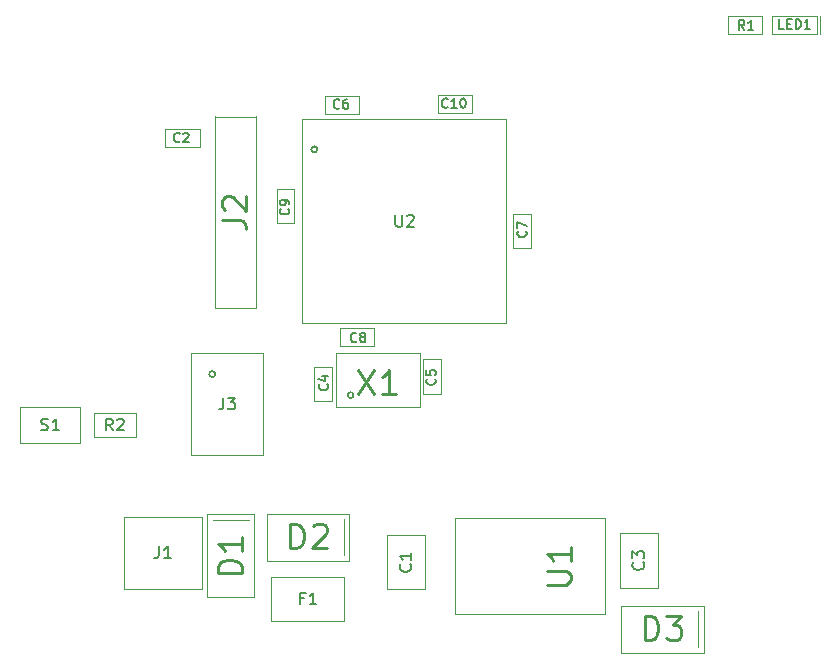
<source format=gbr>
%TF.GenerationSoftware,KiCad,Pcbnew,4.0.4+e1-6308~48~ubuntu16.04.1-stable*%
%TF.CreationDate,2017-01-06T13:21:20-08:00*%
%TF.ProjectId,atmega2560,61746D656761323536302E6B69636164,v1.0*%
%TF.FileFunction,Other,Fab,Top*%
%FSLAX46Y46*%
G04 Gerber Fmt 4.6, Leading zero omitted, Abs format (unit mm)*
G04 Created by KiCad (PCBNEW 4.0.4+e1-6308~48~ubuntu16.04.1-stable) date Fri Jan  6 13:21:20 2017*
%MOMM*%
%LPD*%
G01*
G04 APERTURE LIST*
%ADD10C,0.350000*%
%ADD11C,0.050000*%
%ADD12C,0.100000*%
%ADD13C,0.200000*%
%ADD14C,0.150000*%
%ADD15C,0.254000*%
%ADD16C,0.152400*%
G04 APERTURE END LIST*
D10*
D11*
X141757600Y-132981600D02*
X144957600Y-132981600D01*
X141757600Y-132981600D02*
X141757600Y-128381600D01*
X141757600Y-128381600D02*
X144957600Y-128381600D01*
X144957600Y-132981600D02*
X144957600Y-128381600D01*
X125871200Y-95542800D02*
X122971200Y-95542800D01*
X125871200Y-95542800D02*
X125871200Y-94042800D01*
X122971200Y-95542800D02*
X122971200Y-94042800D01*
X125871200Y-94042800D02*
X122971200Y-94042800D01*
X161468000Y-132829200D02*
X164668000Y-132829200D01*
X161468000Y-132829200D02*
X161468000Y-128229200D01*
X161468000Y-128229200D02*
X164668000Y-128229200D01*
X164668000Y-132829200D02*
X164668000Y-128229200D01*
X135597200Y-117032000D02*
X135597200Y-114132000D01*
X135597200Y-117032000D02*
X137097200Y-117032000D01*
X135597200Y-114132000D02*
X137097200Y-114132000D01*
X137097200Y-117032000D02*
X137097200Y-114132000D01*
X146292000Y-113498400D02*
X146292000Y-116398400D01*
X146292000Y-113498400D02*
X144792000Y-113498400D01*
X146292000Y-116398400D02*
X144792000Y-116398400D01*
X144792000Y-113498400D02*
X144792000Y-116398400D01*
X139384000Y-92698000D02*
X136484000Y-92698000D01*
X139384000Y-92698000D02*
X139384000Y-91198000D01*
X136484000Y-92698000D02*
X136484000Y-91198000D01*
X139384000Y-91198000D02*
X136484000Y-91198000D01*
X152412000Y-104078000D02*
X152412000Y-101178000D01*
X152412000Y-104078000D02*
X153912000Y-104078000D01*
X152412000Y-101178000D02*
X153912000Y-101178000D01*
X153912000Y-104078000D02*
X153912000Y-101178000D01*
X137754000Y-110883000D02*
X140654000Y-110883000D01*
X137754000Y-110883000D02*
X137754000Y-112383000D01*
X140654000Y-110883000D02*
X140654000Y-112383000D01*
X137754000Y-112383000D02*
X140654000Y-112383000D01*
X133896800Y-99071200D02*
X133896800Y-101971200D01*
X133896800Y-99071200D02*
X132396800Y-99071200D01*
X133896800Y-101971200D02*
X132396800Y-101971200D01*
X132396800Y-99071200D02*
X132396800Y-101971200D01*
X148934400Y-92647200D02*
X146034400Y-92647200D01*
X148934400Y-92647200D02*
X148934400Y-91147200D01*
X146034400Y-92647200D02*
X146034400Y-91147200D01*
X148934400Y-91147200D02*
X146034400Y-91147200D01*
D12*
X130048000Y-127083820D02*
X127000000Y-127083820D01*
D11*
X126524000Y-126631820D02*
X130524000Y-126631820D01*
X126524000Y-133631820D02*
X126524000Y-126631820D01*
X130524000Y-133631820D02*
X126524000Y-133631820D01*
X130524000Y-126631820D02*
X130524000Y-133631820D01*
D12*
X138107420Y-130098800D02*
X138107420Y-127050800D01*
D11*
X138559420Y-126574800D02*
X138559420Y-130574800D01*
X131559420Y-126574800D02*
X138559420Y-126574800D01*
X131559420Y-130574800D02*
X131559420Y-126574800D01*
X138559420Y-130574800D02*
X131559420Y-130574800D01*
D12*
X168114980Y-137871200D02*
X168114980Y-134823200D01*
D11*
X168566980Y-134347200D02*
X168566980Y-138347200D01*
X161566980Y-134347200D02*
X168566980Y-134347200D01*
X161566980Y-138347200D02*
X161566980Y-134347200D01*
X168566980Y-138347200D02*
X161566980Y-138347200D01*
X131940400Y-131957200D02*
X138140400Y-131957200D01*
X131940400Y-135657200D02*
X138140400Y-135657200D01*
X138140400Y-131957200D02*
X138140400Y-135657200D01*
X131940400Y-131957200D02*
X131940400Y-135657200D01*
X119483600Y-126825600D02*
X126083600Y-126825600D01*
X119483600Y-126825600D02*
X119483600Y-132925600D01*
X126083600Y-126825600D02*
X126083600Y-132925600D01*
X119483600Y-132925600D02*
X126083600Y-132925600D01*
X127180400Y-92941200D02*
X127180400Y-109141200D01*
X127170400Y-92951200D02*
X130670400Y-92951200D01*
X130660400Y-92931200D02*
X130660400Y-109131200D01*
X127160400Y-109121200D02*
X130660400Y-109121200D01*
X131267200Y-121615200D02*
X131267200Y-112979200D01*
X125171200Y-121615200D02*
X131267200Y-121615200D01*
X125171200Y-112979200D02*
X125171200Y-121615200D01*
X131267200Y-112979200D02*
X125171200Y-112979200D01*
D13*
X127203200Y-114757200D02*
G75*
G03X127203200Y-114757200I-254000J0D01*
G01*
D11*
X178370800Y-85953600D02*
X178370800Y-84429600D01*
X178116800Y-85953600D02*
X174306800Y-85953600D01*
X178116800Y-85941600D02*
X178116800Y-84441600D01*
X174306800Y-85941600D02*
X174306800Y-84441600D01*
X178116800Y-84429600D02*
X174306800Y-84429600D01*
X170597600Y-84441600D02*
X173497600Y-84441600D01*
X170597600Y-84441600D02*
X170597600Y-85941600D01*
X173497600Y-84441600D02*
X173497600Y-85941600D01*
X170597600Y-85941600D02*
X173497600Y-85941600D01*
X116906800Y-118059200D02*
X116906800Y-120091200D01*
X120462800Y-118059200D02*
X116906800Y-118059200D01*
X120462800Y-120091200D02*
X120462800Y-118059200D01*
X116906800Y-120091200D02*
X120462800Y-120091200D01*
X110696800Y-117551200D02*
X115776800Y-117551200D01*
X110696800Y-120599200D02*
X110696800Y-117551200D01*
X115776800Y-120599200D02*
X110696800Y-120599200D01*
X115776800Y-117551200D02*
X115776800Y-120599200D01*
X160172400Y-126913640D02*
X160172400Y-135041640D01*
X147472400Y-126913640D02*
X160172400Y-126913640D01*
X147472400Y-127167640D02*
X147472400Y-126913640D01*
X147472400Y-135041640D02*
X147472400Y-127167640D01*
X160172400Y-135041640D02*
X147472400Y-135041640D01*
X151854001Y-110452001D02*
X151854001Y-93180001D01*
X134582001Y-110452001D02*
X151854001Y-110452001D01*
X134582001Y-93180001D02*
X134582001Y-110452001D01*
X151854001Y-93180001D02*
X134582001Y-93180001D01*
D13*
X135852001Y-95720001D02*
G75*
G03X135852001Y-95720001I-254000J0D01*
G01*
D11*
X137388600Y-112979200D02*
X144500600Y-112979200D01*
X137388600Y-117551200D02*
X137388600Y-112979200D01*
X144500600Y-117551200D02*
X137388600Y-117551200D01*
X144500600Y-112979200D02*
X144500600Y-117551200D01*
D13*
X138912600Y-116535200D02*
G75*
G03X138912600Y-116535200I-254000J0D01*
G01*
D14*
X143714743Y-130848266D02*
X143762362Y-130895885D01*
X143809981Y-131038742D01*
X143809981Y-131133980D01*
X143762362Y-131276838D01*
X143667124Y-131372076D01*
X143571886Y-131419695D01*
X143381410Y-131467314D01*
X143238552Y-131467314D01*
X143048076Y-131419695D01*
X142952838Y-131372076D01*
X142857600Y-131276838D01*
X142809981Y-131133980D01*
X142809981Y-131038742D01*
X142857600Y-130895885D01*
X142905219Y-130848266D01*
X143809981Y-129895885D02*
X143809981Y-130467314D01*
X143809981Y-130181600D02*
X142809981Y-130181600D01*
X142952838Y-130276838D01*
X143048076Y-130372076D01*
X143095695Y-130467314D01*
X124197867Y-95038514D02*
X124159772Y-95076610D01*
X124045486Y-95114705D01*
X123969296Y-95114705D01*
X123855010Y-95076610D01*
X123778819Y-95000419D01*
X123740724Y-94924229D01*
X123702629Y-94771848D01*
X123702629Y-94657562D01*
X123740724Y-94505181D01*
X123778819Y-94428990D01*
X123855010Y-94352800D01*
X123969296Y-94314705D01*
X124045486Y-94314705D01*
X124159772Y-94352800D01*
X124197867Y-94390895D01*
X124502629Y-94390895D02*
X124540724Y-94352800D01*
X124616915Y-94314705D01*
X124807391Y-94314705D01*
X124883581Y-94352800D01*
X124921677Y-94390895D01*
X124959772Y-94467086D01*
X124959772Y-94543276D01*
X124921677Y-94657562D01*
X124464534Y-95114705D01*
X124959772Y-95114705D01*
X163425143Y-130695866D02*
X163472762Y-130743485D01*
X163520381Y-130886342D01*
X163520381Y-130981580D01*
X163472762Y-131124438D01*
X163377524Y-131219676D01*
X163282286Y-131267295D01*
X163091810Y-131314914D01*
X162948952Y-131314914D01*
X162758476Y-131267295D01*
X162663238Y-131219676D01*
X162568000Y-131124438D01*
X162520381Y-130981580D01*
X162520381Y-130886342D01*
X162568000Y-130743485D01*
X162615619Y-130695866D01*
X162520381Y-130362533D02*
X162520381Y-129743485D01*
X162901333Y-130076819D01*
X162901333Y-129933961D01*
X162948952Y-129838723D01*
X162996571Y-129791104D01*
X163091810Y-129743485D01*
X163329905Y-129743485D01*
X163425143Y-129791104D01*
X163472762Y-129838723D01*
X163520381Y-129933961D01*
X163520381Y-130219676D01*
X163472762Y-130314914D01*
X163425143Y-130362533D01*
X136672914Y-115625333D02*
X136711010Y-115663428D01*
X136749105Y-115777714D01*
X136749105Y-115853904D01*
X136711010Y-115968190D01*
X136634819Y-116044381D01*
X136558629Y-116082476D01*
X136406248Y-116120571D01*
X136291962Y-116120571D01*
X136139581Y-116082476D01*
X136063390Y-116044381D01*
X135987200Y-115968190D01*
X135949105Y-115853904D01*
X135949105Y-115777714D01*
X135987200Y-115663428D01*
X136025295Y-115625333D01*
X136215771Y-114939619D02*
X136749105Y-114939619D01*
X135911010Y-115130095D02*
X136482438Y-115320571D01*
X136482438Y-114825333D01*
X145787714Y-115171733D02*
X145825810Y-115209828D01*
X145863905Y-115324114D01*
X145863905Y-115400304D01*
X145825810Y-115514590D01*
X145749619Y-115590781D01*
X145673429Y-115628876D01*
X145521048Y-115666971D01*
X145406762Y-115666971D01*
X145254381Y-115628876D01*
X145178190Y-115590781D01*
X145102000Y-115514590D01*
X145063905Y-115400304D01*
X145063905Y-115324114D01*
X145102000Y-115209828D01*
X145140095Y-115171733D01*
X145063905Y-114447923D02*
X145063905Y-114828876D01*
X145444857Y-114866971D01*
X145406762Y-114828876D01*
X145368667Y-114752685D01*
X145368667Y-114562209D01*
X145406762Y-114486019D01*
X145444857Y-114447923D01*
X145521048Y-114409828D01*
X145711524Y-114409828D01*
X145787714Y-114447923D01*
X145825810Y-114486019D01*
X145863905Y-114562209D01*
X145863905Y-114752685D01*
X145825810Y-114828876D01*
X145787714Y-114866971D01*
X137710667Y-92193714D02*
X137672572Y-92231810D01*
X137558286Y-92269905D01*
X137482096Y-92269905D01*
X137367810Y-92231810D01*
X137291619Y-92155619D01*
X137253524Y-92079429D01*
X137215429Y-91927048D01*
X137215429Y-91812762D01*
X137253524Y-91660381D01*
X137291619Y-91584190D01*
X137367810Y-91508000D01*
X137482096Y-91469905D01*
X137558286Y-91469905D01*
X137672572Y-91508000D01*
X137710667Y-91546095D01*
X138396381Y-91469905D02*
X138244000Y-91469905D01*
X138167810Y-91508000D01*
X138129715Y-91546095D01*
X138053524Y-91660381D01*
X138015429Y-91812762D01*
X138015429Y-92117524D01*
X138053524Y-92193714D01*
X138091619Y-92231810D01*
X138167810Y-92269905D01*
X138320191Y-92269905D01*
X138396381Y-92231810D01*
X138434477Y-92193714D01*
X138472572Y-92117524D01*
X138472572Y-91927048D01*
X138434477Y-91850857D01*
X138396381Y-91812762D01*
X138320191Y-91774667D01*
X138167810Y-91774667D01*
X138091619Y-91812762D01*
X138053524Y-91850857D01*
X138015429Y-91927048D01*
X153487714Y-102671333D02*
X153525810Y-102709428D01*
X153563905Y-102823714D01*
X153563905Y-102899904D01*
X153525810Y-103014190D01*
X153449619Y-103090381D01*
X153373429Y-103128476D01*
X153221048Y-103166571D01*
X153106762Y-103166571D01*
X152954381Y-103128476D01*
X152878190Y-103090381D01*
X152802000Y-103014190D01*
X152763905Y-102899904D01*
X152763905Y-102823714D01*
X152802000Y-102709428D01*
X152840095Y-102671333D01*
X152763905Y-102404666D02*
X152763905Y-101871333D01*
X153563905Y-102214190D01*
X139160667Y-111958714D02*
X139122572Y-111996810D01*
X139008286Y-112034905D01*
X138932096Y-112034905D01*
X138817810Y-111996810D01*
X138741619Y-111920619D01*
X138703524Y-111844429D01*
X138665429Y-111692048D01*
X138665429Y-111577762D01*
X138703524Y-111425381D01*
X138741619Y-111349190D01*
X138817810Y-111273000D01*
X138932096Y-111234905D01*
X139008286Y-111234905D01*
X139122572Y-111273000D01*
X139160667Y-111311095D01*
X139617810Y-111577762D02*
X139541619Y-111539667D01*
X139503524Y-111501571D01*
X139465429Y-111425381D01*
X139465429Y-111387286D01*
X139503524Y-111311095D01*
X139541619Y-111273000D01*
X139617810Y-111234905D01*
X139770191Y-111234905D01*
X139846381Y-111273000D01*
X139884477Y-111311095D01*
X139922572Y-111387286D01*
X139922572Y-111425381D01*
X139884477Y-111501571D01*
X139846381Y-111539667D01*
X139770191Y-111577762D01*
X139617810Y-111577762D01*
X139541619Y-111615857D01*
X139503524Y-111653952D01*
X139465429Y-111730143D01*
X139465429Y-111882524D01*
X139503524Y-111958714D01*
X139541619Y-111996810D01*
X139617810Y-112034905D01*
X139770191Y-112034905D01*
X139846381Y-111996810D01*
X139884477Y-111958714D01*
X139922572Y-111882524D01*
X139922572Y-111730143D01*
X139884477Y-111653952D01*
X139846381Y-111615857D01*
X139770191Y-111577762D01*
X133392514Y-100744533D02*
X133430610Y-100782628D01*
X133468705Y-100896914D01*
X133468705Y-100973104D01*
X133430610Y-101087390D01*
X133354419Y-101163581D01*
X133278229Y-101201676D01*
X133125848Y-101239771D01*
X133011562Y-101239771D01*
X132859181Y-101201676D01*
X132782990Y-101163581D01*
X132706800Y-101087390D01*
X132668705Y-100973104D01*
X132668705Y-100896914D01*
X132706800Y-100782628D01*
X132744895Y-100744533D01*
X133468705Y-100363581D02*
X133468705Y-100211200D01*
X133430610Y-100135009D01*
X133392514Y-100096914D01*
X133278229Y-100020723D01*
X133125848Y-99982628D01*
X132821086Y-99982628D01*
X132744895Y-100020723D01*
X132706800Y-100058819D01*
X132668705Y-100135009D01*
X132668705Y-100287390D01*
X132706800Y-100363581D01*
X132744895Y-100401676D01*
X132821086Y-100439771D01*
X133011562Y-100439771D01*
X133087752Y-100401676D01*
X133125848Y-100363581D01*
X133163943Y-100287390D01*
X133163943Y-100135009D01*
X133125848Y-100058819D01*
X133087752Y-100020723D01*
X133011562Y-99982628D01*
X146880114Y-92142914D02*
X146842019Y-92181010D01*
X146727733Y-92219105D01*
X146651543Y-92219105D01*
X146537257Y-92181010D01*
X146461066Y-92104819D01*
X146422971Y-92028629D01*
X146384876Y-91876248D01*
X146384876Y-91761962D01*
X146422971Y-91609581D01*
X146461066Y-91533390D01*
X146537257Y-91457200D01*
X146651543Y-91419105D01*
X146727733Y-91419105D01*
X146842019Y-91457200D01*
X146880114Y-91495295D01*
X147642019Y-92219105D02*
X147184876Y-92219105D01*
X147413447Y-92219105D02*
X147413447Y-91419105D01*
X147337257Y-91533390D01*
X147261066Y-91609581D01*
X147184876Y-91647676D01*
X148137257Y-91419105D02*
X148213448Y-91419105D01*
X148289638Y-91457200D01*
X148327733Y-91495295D01*
X148365829Y-91571486D01*
X148403924Y-91723867D01*
X148403924Y-91914343D01*
X148365829Y-92066724D01*
X148327733Y-92142914D01*
X148289638Y-92181010D01*
X148213448Y-92219105D01*
X148137257Y-92219105D01*
X148061067Y-92181010D01*
X148022971Y-92142914D01*
X147984876Y-92066724D01*
X147946781Y-91914343D01*
X147946781Y-91723867D01*
X147984876Y-91571486D01*
X148022971Y-91495295D01*
X148061067Y-91457200D01*
X148137257Y-91419105D01*
D15*
X129443238Y-131631629D02*
X127411238Y-131631629D01*
X127411238Y-131147820D01*
X127508000Y-130857534D01*
X127701524Y-130664010D01*
X127895048Y-130567249D01*
X128282095Y-130470487D01*
X128572381Y-130470487D01*
X128959429Y-130567249D01*
X129152952Y-130664010D01*
X129346476Y-130857534D01*
X129443238Y-131147820D01*
X129443238Y-131631629D01*
X129443238Y-128535249D02*
X129443238Y-129696391D01*
X129443238Y-129115820D02*
X127411238Y-129115820D01*
X127701524Y-129309344D01*
X127895048Y-129502868D01*
X127991810Y-129696391D01*
X133559611Y-129494038D02*
X133559611Y-127462038D01*
X134043420Y-127462038D01*
X134333706Y-127558800D01*
X134527230Y-127752324D01*
X134623991Y-127945848D01*
X134720753Y-128332895D01*
X134720753Y-128623181D01*
X134623991Y-129010229D01*
X134527230Y-129203752D01*
X134333706Y-129397276D01*
X134043420Y-129494038D01*
X133559611Y-129494038D01*
X135494849Y-127655562D02*
X135591611Y-127558800D01*
X135785134Y-127462038D01*
X136268944Y-127462038D01*
X136462468Y-127558800D01*
X136559230Y-127655562D01*
X136655991Y-127849086D01*
X136655991Y-128042610D01*
X136559230Y-128332895D01*
X135398087Y-129494038D01*
X136655991Y-129494038D01*
X163567171Y-137266438D02*
X163567171Y-135234438D01*
X164050980Y-135234438D01*
X164341266Y-135331200D01*
X164534790Y-135524724D01*
X164631551Y-135718248D01*
X164728313Y-136105295D01*
X164728313Y-136395581D01*
X164631551Y-136782629D01*
X164534790Y-136976152D01*
X164341266Y-137169676D01*
X164050980Y-137266438D01*
X163567171Y-137266438D01*
X165405647Y-135234438D02*
X166663551Y-135234438D01*
X165986218Y-136008533D01*
X166276504Y-136008533D01*
X166470028Y-136105295D01*
X166566790Y-136202057D01*
X166663551Y-136395581D01*
X166663551Y-136879390D01*
X166566790Y-137072914D01*
X166470028Y-137169676D01*
X166276504Y-137266438D01*
X165695932Y-137266438D01*
X165502409Y-137169676D01*
X165405647Y-137072914D01*
D14*
X134707067Y-133735771D02*
X134373733Y-133735771D01*
X134373733Y-134259581D02*
X134373733Y-133259581D01*
X134849924Y-133259581D01*
X135754686Y-134259581D02*
X135183257Y-134259581D01*
X135468971Y-134259581D02*
X135468971Y-133259581D01*
X135373733Y-133402438D01*
X135278495Y-133497676D01*
X135183257Y-133545295D01*
D16*
X122444933Y-129339219D02*
X122444933Y-130064933D01*
X122396553Y-130210076D01*
X122299791Y-130306838D01*
X122154648Y-130355219D01*
X122057886Y-130355219D01*
X123460933Y-130355219D02*
X122880362Y-130355219D01*
X123170648Y-130355219D02*
X123170648Y-129339219D01*
X123073886Y-129484362D01*
X122977124Y-129581124D01*
X122880362Y-129629505D01*
D15*
X127807638Y-101718533D02*
X129259067Y-101718533D01*
X129549352Y-101815295D01*
X129742876Y-102008819D01*
X129839638Y-102299104D01*
X129839638Y-102492628D01*
X128001162Y-100847676D02*
X127904400Y-100750914D01*
X127807638Y-100557391D01*
X127807638Y-100073581D01*
X127904400Y-99880057D01*
X128001162Y-99783295D01*
X128194686Y-99686534D01*
X128388210Y-99686534D01*
X128678495Y-99783295D01*
X129839638Y-100944438D01*
X129839638Y-99686534D01*
D14*
X127885867Y-116749581D02*
X127885867Y-117463867D01*
X127838247Y-117606724D01*
X127743009Y-117701962D01*
X127600152Y-117749581D01*
X127504914Y-117749581D01*
X128266819Y-116749581D02*
X128885867Y-116749581D01*
X128552533Y-117130533D01*
X128695391Y-117130533D01*
X128790629Y-117178152D01*
X128838248Y-117225771D01*
X128885867Y-117321010D01*
X128885867Y-117559105D01*
X128838248Y-117654343D01*
X128790629Y-117701962D01*
X128695391Y-117749581D01*
X128409676Y-117749581D01*
X128314438Y-117701962D01*
X128266819Y-117654343D01*
X175353562Y-85513505D02*
X174972609Y-85513505D01*
X174972609Y-84713505D01*
X175620228Y-85094457D02*
X175886895Y-85094457D01*
X176001181Y-85513505D02*
X175620228Y-85513505D01*
X175620228Y-84713505D01*
X176001181Y-84713505D01*
X176344038Y-85513505D02*
X176344038Y-84713505D01*
X176534514Y-84713505D01*
X176648800Y-84751600D01*
X176724991Y-84827790D01*
X176763086Y-84903981D01*
X176801181Y-85056362D01*
X176801181Y-85170648D01*
X176763086Y-85323029D01*
X176724991Y-85399219D01*
X176648800Y-85475410D01*
X176534514Y-85513505D01*
X176344038Y-85513505D01*
X177563086Y-85513505D02*
X177105943Y-85513505D01*
X177334514Y-85513505D02*
X177334514Y-84713505D01*
X177258324Y-84827790D01*
X177182133Y-84903981D01*
X177105943Y-84942076D01*
X172004267Y-85593505D02*
X171737600Y-85212552D01*
X171547124Y-85593505D02*
X171547124Y-84793505D01*
X171851886Y-84793505D01*
X171928077Y-84831600D01*
X171966172Y-84869695D01*
X172004267Y-84945886D01*
X172004267Y-85060171D01*
X171966172Y-85136362D01*
X171928077Y-85174457D01*
X171851886Y-85212552D01*
X171547124Y-85212552D01*
X172766172Y-85593505D02*
X172309029Y-85593505D01*
X172537600Y-85593505D02*
X172537600Y-84793505D01*
X172461410Y-84907790D01*
X172385219Y-84983981D01*
X172309029Y-85022076D01*
X118518134Y-119527581D02*
X118184800Y-119051390D01*
X117946705Y-119527581D02*
X117946705Y-118527581D01*
X118327658Y-118527581D01*
X118422896Y-118575200D01*
X118470515Y-118622819D01*
X118518134Y-118718057D01*
X118518134Y-118860914D01*
X118470515Y-118956152D01*
X118422896Y-119003771D01*
X118327658Y-119051390D01*
X117946705Y-119051390D01*
X118899086Y-118622819D02*
X118946705Y-118575200D01*
X119041943Y-118527581D01*
X119280039Y-118527581D01*
X119375277Y-118575200D01*
X119422896Y-118622819D01*
X119470515Y-118718057D01*
X119470515Y-118813295D01*
X119422896Y-118956152D01*
X118851467Y-119527581D01*
X119470515Y-119527581D01*
X112474895Y-119479962D02*
X112617752Y-119527581D01*
X112855848Y-119527581D01*
X112951086Y-119479962D01*
X112998705Y-119432343D01*
X113046324Y-119337105D01*
X113046324Y-119241867D01*
X112998705Y-119146629D01*
X112951086Y-119099010D01*
X112855848Y-119051390D01*
X112665371Y-119003771D01*
X112570133Y-118956152D01*
X112522514Y-118908533D01*
X112474895Y-118813295D01*
X112474895Y-118718057D01*
X112522514Y-118622819D01*
X112570133Y-118575200D01*
X112665371Y-118527581D01*
X112903467Y-118527581D01*
X113046324Y-118575200D01*
X113998705Y-119527581D02*
X113427276Y-119527581D01*
X113712990Y-119527581D02*
X113712990Y-118527581D01*
X113617752Y-118670438D01*
X113522514Y-118765676D01*
X113427276Y-118813295D01*
D15*
X155249638Y-132576630D02*
X156894590Y-132576630D01*
X157088114Y-132479869D01*
X157184876Y-132383107D01*
X157281638Y-132189583D01*
X157281638Y-131802535D01*
X157184876Y-131609011D01*
X157088114Y-131512250D01*
X156894590Y-131415488D01*
X155249638Y-131415488D01*
X157281638Y-129383488D02*
X157281638Y-130544630D01*
X157281638Y-129964059D02*
X155249638Y-129964059D01*
X155539924Y-130157583D01*
X155733448Y-130351107D01*
X155830210Y-130544630D01*
D14*
X142456096Y-101268382D02*
X142456096Y-102077906D01*
X142503715Y-102173144D01*
X142551334Y-102220763D01*
X142646572Y-102268382D01*
X142837049Y-102268382D01*
X142932287Y-102220763D01*
X142979906Y-102173144D01*
X143027525Y-102077906D01*
X143027525Y-101268382D01*
X143456096Y-101363620D02*
X143503715Y-101316001D01*
X143598953Y-101268382D01*
X143837049Y-101268382D01*
X143932287Y-101316001D01*
X143979906Y-101363620D01*
X144027525Y-101458858D01*
X144027525Y-101554096D01*
X143979906Y-101696953D01*
X143408477Y-102268382D01*
X144027525Y-102268382D01*
D15*
X139299648Y-114406438D02*
X140654314Y-116438438D01*
X140654314Y-114406438D02*
X139299648Y-116438438D01*
X142492790Y-116438438D02*
X141331648Y-116438438D01*
X141912219Y-116438438D02*
X141912219Y-114406438D01*
X141718695Y-114696724D01*
X141525171Y-114890248D01*
X141331648Y-114987010D01*
M02*

</source>
